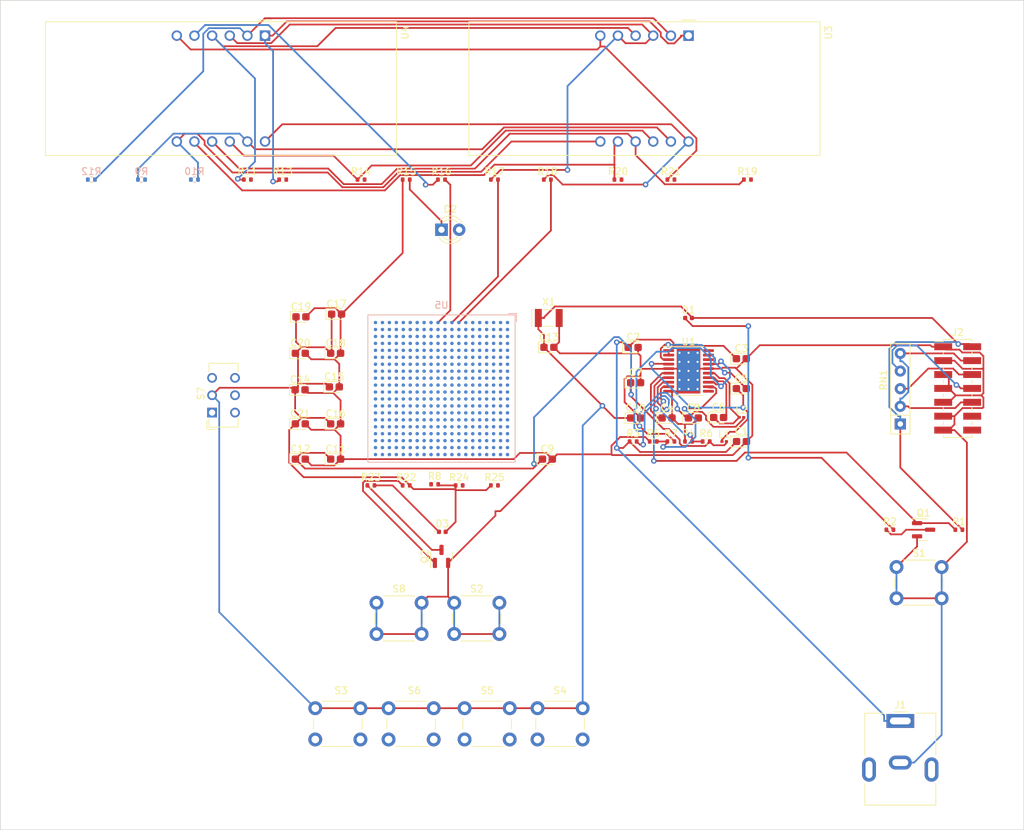
<source format=kicad_pcb>
(kicad_pcb (version 20211014) (generator pcbnew)
  (layers (0 "F.Cu" signal) (31 "B.Cu" signal) (34 "B.Paste" user) (35 "F.Paste" user) (36 "B.SilkS" user "B.Silkscreen") (37 "F.SilkS" user "F.Silkscreen") (38 "B.Mask" user) (39 "F.Mask" user) (44 "Edge.Cuts" user))
  (net 0 "")
  (net 1 "12V")
  (net 2 "GND")
  (net 3 "Net-(C4-Pad1)")
  (net 4 "unconnected-(C5-Pad1)")
  (net 5 "unconnected-(C5-Pad2)")
  (net 6 "Net-(C6-Pad1)")
  (net 7 "Net-(C6-Pad2)")
  (net 8 "3.3V")
  (net 9 "1.8V")
  (net 10 "Net-(D2-Pad1)")
  (net 11 "Net-(D2-Pad2)")
  (net 14 "Net-(Q1-Pad3)")
  (net 15 "Net-(Q2-Pad3)")
  (net 16 "unconnected-(R3-Pad2)")
  (net 17 "unconnected-(R4-Pad2)")
  (net 18 "Net-(R5-Pad2)")
  (net 19 "SYSRES")
  (net 20 "Net-(R9-Pad1)")
  (net 21 "Net-(R9-Pad2)")
  (net 22 "Net-(R10-Pad1)")
  (net 23 "Net-(R10-Pad2)")
  (net 24 "Net-(R11-Pad1)")
  (net 25 "Net-(R11-Pad2)")
  (net 26 "Net-(R12-Pad1)")
  (net 27 "Net-(R12-Pad2)")
  (net 28 "Net-(R13-Pad1)")
  (net 29 "Net-(R13-Pad2)")
  (net 30 "Net-(R14-Pad1)")
  (net 31 "Net-(R14-Pad2)")
  (net 32 "Net-(R16-Pad1)")
  (net 33 "Net-(R16-Pad2)")
  (net 34 "Net-(R17-Pad1)")
  (net 35 "Net-(R17-Pad2)")
  (net 36 "Net-(R18-Pad1)")
  (net 37 "Net-(R18-Pad2)")
  (net 38 "Net-(R19-Pad1)")
  (net 39 "Net-(R19-Pad2)")
  (net 40 "Net-(R20-Pad1)")
  (net 41 "Net-(R20-Pad2)")
  (net 42 "Net-(R21-Pad1)")
  (net 43 "Net-(R21-Pad2)")
  (net 44 "Net-(S7-Pad1)")
  (net 45 "Net-(S7-Pad3)")
  (net 61 "SYSCLK")
  (net 69 "Net-(S5-Pad3)")
  (net 74 "Net-(S6-Pad3)")
  (net 84 "Net-(R2-Pad2)")
  (net 85 "Net-(R23-Pad2)")
  (net 86 "/FPGA_utilities/JTAG_TMS")
  (net 87 "/FPGA_utilities/JTAG_TDAO")
  (net 88 "/FPGA_utilities/JTAG_TCK")
  (net 89 "/Power/P_GOOD")
  (net 90 "/FPGA_utilities/PGA_DONE")
  (net 91 "/FPGA_utilities/INIT_B")
  (net 92 "/FPGA_utilities/PROGRAM_B")
  (footprint "Button_Switch_THT:SW_PUSH_6mm" (layer "F.Cu") (at 139.31 127.29)
    (fp_text reference "S3")
    (fp_text value "800AWSP9M2QE" hide)
  )
  (footprint "Capacitor_Tantalum_SMD:CP_EIA-1608-08_AVX-J" (layer "F.Cu") (at 142.375 70.565)
    (fp_text reference "C17")
    (fp_text value "C0603G104K5RACT250" hide)
  )
  (footprint "Resistor_SMD:R_0402_1005Metric" (layer "F.Cu") (at 134.62 51.2)
    (fp_text reference "R13")
    (fp_text value "ERJ3EKF3300V" hide)
  )
  (footprint "Crystal:Resonator_SMD_Murata_CDSCB-2Pin_4.5x2.0mm" (layer "F.Cu") (at 172.92 71.12)
    (fp_text reference "X1")
    (fp_text value "DSC61XX" hide)
  )
  (footprint "Button_Switch_THT:SW_PUSH_6mm" (layer "F.Cu") (at 148.1189 112.1144)
    (fp_text reference "S8")
    (fp_text value "B3FS_1010P" hide)
  )
  (footprint "Resistor_THT:R_Array_SIP5" (layer "F.Cu") (at 223.52 86.38 90)
    (fp_text reference "RN1")
    (fp_text value "R_Network04" hide)
  )
  (footprint "Capacitor_Tantalum_SMD:CP_EIA-1608-08_AVX-J" (layer "F.Cu") (at 200.6375 81.28)
    (fp_text reference "C5")
    (fp_text value "C0603G104K5RACT250" hide)
  )
  (footprint "Connector_PinHeader_2.00mm:PinHeader_2x07_P2.00mm_Vertical_SMD" (layer "F.Cu") (at 231.78 81.26)
    (fp_text reference "J2")
    (fp_text value "XILINX_JTAG")
  )
  (footprint "Capacitor_Tantalum_SMD:CP_EIA-1608-08_AVX-J" (layer "F.Cu") (at 193.73 85.51)
    (fp_text reference "C8")
    (fp_text value "C0603G104K5RACT250" hide)
  )
  (footprint "Resistor_SMD:R_0402_1005Metric" (layer "F.Cu") (at 195.58 88.9)
    (fp_text reference "R6")
    (fp_text value "ERJ3EKF3300V" hide)
  )
  (footprint "Resistor_SMD:R_0402_1005Metric" (layer "F.Cu") (at 190.5 88.9)
    (fp_text reference "R7")
    (fp_text value "ERJ3EKF3300V" hide)
  )
  (footprint "Resistor_SMD:R_0402_1005Metric" (layer "F.Cu") (at 152.4 95.22)
    (fp_text reference "R22")
    (fp_text value "ERJ3EKF3300V" hide)
  )
  (footprint "Inductor_SMD:L_0201_0603Metric" (layer "F.Cu") (at 200.66 85.42)
    (fp_text reference "L2")
    (fp_text value "INDUCTOR" hide)
  )
  (footprint "Capacitor_Tantalum_SMD:CP_EIA-1608-08_AVX-J" (layer "F.Cu") (at 197.37 85.445)
    (fp_text reference "C6")
    (fp_text value "C0603G104K5RACT250" hide)
  )
  (footprint "Display_7Segment:CA56-12CGKWA" (layer "F.Cu") (at 132.08 30.48 -90)
    (fp_text reference "U4")
    (fp_text value "CA56-12CGKWA")
  )
  (footprint "Resistor_SMD:R_0402_1005Metric" (layer "F.Cu") (at 190.5 51.2)
    (fp_text reference "R21")
    (fp_text value "ERJ3EKF3300V" hide)
  )
  (footprint "Resistor_SMD:R_0402_1005Metric" (layer "F.Cu") (at 147.32 95.22)
    (fp_text reference "R23")
    (fp_text value "ERJ3EKF3300V" hide)
  )
  (footprint "Resistor_SMD:R_0402_1005Metric" (layer "F.Cu") (at 185.065 88.9)
    (fp_text reference "R3")
    (fp_text value "ERJ3EKF3300V" hide)
  )
  (footprint "Capacitor_Tantalum_SMD:CP_EIA-1608-08_AVX-J" (layer "F.Cu") (at 185.42 80.44)
    (fp_text reference "C7")
    (fp_text value "C0603G104K5RACT250" hide)
  )
  (footprint "Resistor_SMD:R_0402_1005Metric" (layer "F.Cu") (at 187.96 88.9)
    (fp_text reference "R5")
    (fp_text value "ERJ3EKF3300V" hide)
  )
  (footprint "Capacitor_Tantalum_SMD:CP_EIA-1608-08_AVX-J" (layer "F.Cu") (at 172.9425 75.345)
    (fp_text reference "C13")
    (fp_text value "C0603G104K5RACT250" hide)
  )
  (footprint "Resistor_SMD:R_0402_1005Metric" (layer "F.Cu") (at 193.04 88.9)
    (fp_text reference "R4")
    (fp_text value "ERJ3EKF3300V" hide)
  )
  (footprint "Resistor_SMD:R_0402_1005Metric" (layer "F.Cu") (at 156.4941 95.06)
    (fp_text reference "R8")
    (fp_text value "ERJ3EKF3300V" hide)
  )
  (footprint "Button_Switch_THT:SW_PUSH_6mm" (layer "F.Cu") (at 222.9725 106.97)
    (fp_text reference "S1")
    (fp_text value "B3FS_1010P" hide)
  )
  (footprint "Button_Switch_THT:SW_PUSH_6mm" (layer "F.Cu") (at 160.8 127.29)
    (fp_text reference "S5")
    (fp_text value "800AWSP9M2QE" hide)
  )
  (footprint "Capacitor_Tantalum_SMD:CP_EIA-1608-08_AVX-J" (layer "F.Cu") (at 172.72 91.44)
    (fp_text reference "C9")
    (fp_text value "C0603G104K5RACT250" hide)
  )
  (footprint "Resistor_SMD:R_0402_1005Metric" (layer "F.Cu") (at 165.1 51.2)
    (fp_text reference "R17")
    (fp_text value "ERJ3EKF3300V" hide)
  )
  (footprint "Resistor_SMD:R_0402_1005Metric" (layer "F.Cu") (at 231.9525 101.6)
    (fp_text reference "R1")
    (fp_text value "ERJ3EKF3300V" hide)
  )
  (footprint "Package_SO:HTSSOP-20-1EP_4.4x6.5mm_P0.65mm_EP3.4x6.5mm_Mask2.75x3.43mm_ThermalVias" (layer "F.Cu") (at 193.04 78.74)
    (fp_text reference "U1")
    (fp_text value "TPS65581")
  )
  (footprint "Capacitor_Tantalum_SMD:CP_EIA-1608-08_AVX-J" (layer "F.Cu") (at 142.24 91.44)
    (fp_text reference "C11")
    (fp_text value "C0603G104K5RACT250" hide)
  )
  (footprint "Capacitor_Tantalum_SMD:CP_EIA-1608-08_AVX-J" (layer "F.Cu") (at 200.6375 76.98)
    (fp_text reference "C3")
    (fp_text value "C0603G104K5RACT250" hide)
  )
  (footprint "Resistor_SMD:R_0402_1005Metric" (layer "F.Cu") (at 160.02 95.22)
    (fp_text reference "R24")
    (fp_text value "ERJ3EKF3300V" hide)
  )
  (footprint "Resistor_SMD:R_0402_1005Metric" (layer "F.Cu") (at 172.72 51.2)
    (fp_text reference "R18")
    (fp_text value "ERJ3EKF3300V" hide)
  )
  (footprint "Capacitor_Tantalum_SMD:CP_EIA-1608-08_AVX-J" (layer "F.Cu") (at 137.25 70.955)
    (fp_text reference "C19")
    (fp_text value "C0603G104K5RACT250" hide)
  )
  (footprint "Inductor_SMD:L_0201_0603Metric" (layer "F.Cu") (at 198.17 88.9)
    (fp_text reference "L1")
    (fp_text value "INDUCTOR" hide)
  )
  (footprint "Display_7Segment:CA56-12CGKWA" (layer "F.Cu") (at 193.04 30.48 -90)
    (fp_text reference "U3")
    (fp_text value "CA56-12CGKWA")
  )
  (footprint "Resistor_SMD:R_0402_1005Metric" (layer "F.Cu") (at 157.48 51.2)
    (fp_text reference "R16")
    (fp_text value "ERJ3EKF3300V" hide)
  )
  (footprint "Capacitor_Tantalum_SMD:CP_EIA-1608-08_AVX-J" (layer "F.Cu") (at 189.95 85.51)
    (fp_text reference "C4")
    (fp_text value "C0603G104K5RACT250" hide)
  )
  (footprint "Button_Switch_THT:SW_PUSH_6mm" (layer "F.Cu") (at 171.2989 127.29)
    (fp_text reference "S4")
    (fp_text value "800AWSP9M2QE" hide)
  )
  (footprint "Resistor_SMD:R_0402_1005Metric" (layer "F.Cu") (at 165.1 95.22)
    (fp_text reference "R25")
    (fp_text value "ERJ3EKF3300V" hide)
  )
  (footprint "Resistor_SMD:R_0402_1005Metric" (layer "F.Cu") (at 201.52 51.2)
    (fp_text reference "R19")
    (fp_text value "ERJ3EKF3300V" hide)
  )
  (footprint "Capacitor_Tantalum_SMD:CP_EIA-1608-08_AVX-J" (layer "F.Cu") (at 142.0525 81.04)
    (fp_text reference "C15")
    (fp_text value "C0603G104K5RACT250" hide)
  )
  (footprint "Button_Switch_THT:SW_PUSH_6mm" (layer "F.Cu") (at 149.86 127.29)
    (fp_text reference "S6")
    (fp_text value "800AWSP9M2QE" hide)
  )
  (footprint "Capacitor_Tantalum_SMD:CP_EIA-1608-08_AVX-J" (layer "F.Cu") (at 137.16 76.2)
    (fp_text reference "C20")
    (fp_text value "C0603G104K5RACT250" hide)
  )
  (footprint "Resistor_SMD:R_0402_1005Metric" (layer "F.Cu") (at 152.4 51.2)
    (fp_text reference "R15")
    (fp_text value "ERJ3EKF3300V" hide)
  )
  (footprint "Resistor_SMD:R_0402_1005Metric" (layer "F.Cu") (at 129.54 51.2)
    (fp_text reference "R11")
    (fp_text value "ERJ3EKF3300V" hide)
  )
  (footprint "Capacitor_Tantalum_SMD:CP_EIA-1608-08_AVX-J" (layer "F.Cu") (at 142.24 76.2)
    (fp_text reference "C18")
    (fp_text value "C0603G104K5RACT250" hide)
  )
  (footprint "LED_SMD:LED_0402_1005Metric" (layer "F.Cu") (at 157.5975 101.9)
    (fp_text reference "D3")
    (fp_text value "LED_Small" hide)
  )
  (footprint "Button_Switch_THT:SW_PUSH_6mm" (layer "F.Cu") (at 159.31 112.1144)
    (fp_text reference "S2")
    (fp_text value "B3FS_1010P" hide)
  )
  (footprint "Capacitor_Tantalum_SMD:CP_EIA-1608-08_AVX-J" (layer "F.Cu") (at 142.24 86.36)
    (fp_text reference "C16")
    (fp_text value "C0603G104K5RACT250" hide)
  )
  (footprint "Capacitor_Tantalum_SMD:CP_EIA-1608-08_AVX-J" (layer "F.Cu") (at 185.42 85.52)
    (fp_text reference "C10")
    (fp_text value "C0603G104K5RACT250" hide)
  )
  (footprint "LED_THT:LED_D3.0mm_Clear" (layer "F.Cu") (at 157.48 58.42)
    (fp_text reference "D2")
    (fp_text value "LED")
  )
  (footprint "Button_Switch_THT:SW_CuK_JS202011CQN_DPDT_Straight" (layer "F.Cu") (at 124.46 84.74 90)
    (fp_text reference "S7")
    (fp_text value "MINI-SPDT-SW" hide)
  )
  (footprint "Package_TO_SOT_SMD:SOT-23" (layer "F.Cu") (at 226.8725 101.6)
    (fp_text reference "Q1")
    (fp_text value "2N7002E" hide)
  )
  (footprint "Capacitor_Tantalum_SMD:CP_EIA-1608-08_AVX-J" (layer "F.Cu") (at 185.065 75.36)
    (fp_text reference "C2")
    (fp_text value "C0603G104K5RACT250" hide)
  )
  (footprint "Capacitor_Tantalum_SMD:CP_EIA-1608-08_AVX-J" (layer "F.Cu") (at 137.16 91.44)
    (fp_text reference "C12")
    (fp_text value "C0603G104K5RACT250" hide)
  )
  (footprint "Package_TO_SOT_SMD:SOT-23" (layer "F.Cu") (at 157.48 105.44 90)
    (fp_text reference "Q2")
    (fp_text value "2N7002E" hide)
  )
  (footprint "Capacitor_Tantalum_SMD:CP_EIA-1608-08_AVX-J" (layer "F.Cu") (at 137.16 86.36)
    (fp_text reference "C21")
    (fp_text value "C0603G104K5RACT250" hide)
  )
  (footprint "Resistor_SMD:R_0402_1005Metric" (layer "F.Cu") (at 222.0225 101.6)
    (fp_text reference "R2")
    (fp_text value "ERJ3EKF3300V" hide)
  )
  (footprint "Resistor_SMD:R_0402_1005Metric" (layer "F.Cu") (at 145.9 51.2)
    (fp_text reference "R14")
    (fp_text value "ERJ3EKF3300V" hide)
  )
  (footprint "Capacitor_Tantalum_SMD:CP_EIA-1608-08_AVX-J" (layer "F.Cu") (at 137.125 81.46)
    (fp_text reference "C14")
    (fp_text value "C0603G104K5RACT250" hide)
  )
  (footprint "LED_SMD:LED_0402_1005Metric" (layer "F.Cu") (at 193.04 71.12)
    (fp_text reference "D1")
    (fp_text value "LED_Small" hide)
  )
  (footprint "Resistor_SMD:R_0402_1005Metric" (layer "F.Cu") (at 182.88 51.2)
    (fp_text reference "R20")
    (fp_text value "ERJ3EKF3300V" hide)
  )
  (footprint "Connector_BarrelJack:BarrelJack_CUI_PJ-063AH_Horizontal" (layer "F.Cu") (at 223.52 129.12)
    (fp_text reference "J1")
    (fp_text value "Barrel_Jack")
  )
  (footprint "Capacitor_Tantalum_SMD:CP_EIA-1608-08_AVX-J" (layer "F.Cu") (at 200.66 88.9)
    (fp_text reference "C1")
    (fp_text value "C0603G104K5RACT250" hide)
  )
  (footprint "Package_BGA:BGA-400_21.0x21.0mm_Layout20x20_P1.0mm" (layer "B.Cu") (at 157.48 81.28 180)
    (fp_text reference "U5")
    (fp_text value "XC7S50-FTGB196" hide)
  )
  (footprint "Resistor_SMD:R_0402_1005Metric" (layer "B.Cu") (at 121.92 51.2 180)
    (fp_text reference "R10")
    (fp_text value "ERJ3EKF3300V" hide)
  )
  (footprint "Resistor_SMD:R_0402_1005Metric" (layer "B.Cu") (at 114.3 51.2 180)
    (fp_text reference "R9")
    (fp_text value "330" hide)
  )
  (footprint "Resistor_SMD:R_0402_1005Metric" (layer "B.Cu") (at 107.085 51.2 180)
    (fp_text reference "R12")
    (fp_text value "ERJ3EKF3300V" hide)
  )
  (gr_rect (start 241.3 144.78) (end 93.98 25.4) (layer "Edge.Cuts") (width 0.1) (fill none))
  (segment (start 186.0619 90.4069) (end 198.4406 90.4069) (width 0.25) (layer "F.Cu") (net 1))
  (segment (start 198.077 75.132) (end 190.8794 75.132) (width 0.25) (layer "F.Cu") (net 1))
  (segment (start 199.925 76.98) (end 198.077 75.132) (width 0.25) (layer "F.Cu") (net 1))
  (segment (start 190.4117 74.2365) (end 185.476 74.2365) (width 0.25) (layer "F.Cu") (net 1))
  (segment (start 190.8794 75.132) (end 190.8794 74.7042) (width 0.25) (layer "F.Cu") (net 1))
  (segment (start 182.7063 89.8304) (end 182.7063 89.8305) (width 0.25) (layer "F.Cu") (net 1))
  (segment (start 190.8794 75.239) (end 190.8794 75.132) (width 0.25) (layer "F.Cu") (net 1))
  (segment (start 190.1775 75.815) (end 190.3034 75.815) (width 0.25) (layer "F.Cu") (net 1))
  (segment (start 182.7051 74.6102) (end 183.6027 74.6102) (width 0.25) (layer "F.Cu") (net 1))
  (segment (start 190.3034 75.815) (end 190.8794 75.239) (width 0.25) (layer "F.Cu") (net 1))
  (segment (start 183.6246 89.8304) (end 182.7063 89.8304) (width 0.25) (layer "F.Cu") (net 1))
  (segment (start 198.4406 90.4069) (end 199.9475 88.9) (width 0.25) (layer "F.Cu") (net 1))
  (segment (start 184.555 88.9) (end 183.6246 89.8304) (width 0.25) (layer "F.Cu") (net 1))
  (segment (start 183.6027 74.6102) (end 184.3525 75.36) (width 0.25) (layer "F.Cu") (net 1))
  (segment (start 184.555 88.9) (end 186.0619 90.4069) (width 0.25) (layer "F.Cu") (net 1))
  (segment (start 185.476 74.2365) (end 184.3525 75.36) (width 0.25) (layer "F.Cu") (net 1))
  (segment (start 190.8794 74.7042) (end 190.4117 74.2365) (width 0.25) (layer "F.Cu") (net 1))
  (segment (start 190.1775 76.465) (end 190.1775 75.815) (width 0.25) (layer "F.Cu") (net 1))
  (via (at 182.7063 89.8305) (size 0.8) (drill 0.4) (layers "F.Cu" "B.Cu") (net 1))
  (via (at 182.7051 74.6102) (size 0.8) (drill 0.4) (layers "F.Cu" "B.Cu") (net 1))
  (segment (start 182.7063 89.8305) (end 182.7051 89.8293) (width 0.25) (layer "B.Cu") (net 1))
  (segment (start 223.52 129.12) (end 221.1931 129.12) (width 0.25) (layer "B.Cu") (net 1))
  (segment (start 221.1931 128.3173) (end 182.7063 89.8305) (width 0.25) (layer "B.Cu") (net 1))
  (segment (start 182.7051 89.8293) (end 182.7051 74.6102) (width 0.25) (layer "B.Cu") (net 1))
  (segment (start 221.1931 129.12) (end 221.1931 128.3173) (width 0.25) (layer "B.Cu") (net 1))
  (segment (start 183.8351 83.2226) (end 186.1325 85.52) (width 0.25) (layer "F.Cu") (net 2))
  (segment (start 191.74 78.74) (end 191.415 78.415) (width 0.25) (layer "F.Cu") (net 2))
  (segment (start 233.1051 103.3374) (end 233.1051 89.0532) (width 0.25) (layer "F.Cu") (net 2))
  (segment (start 142.9525 91.44) (end 167.8728 91.44) (width 0.25) (layer "F.Cu") (net 2))
  (segment (start 142.0846 77.0679) (end 142.765 77.7483) (width 0.25) (layer "F.Cu") (net 2))
  (segment (start 137.9625 70.955) (end 139.2054 69.7121) (width 0.25) (layer "F.Cu") (net 2))
  (segment (start 235.4819 78.3295) (end 235.3783 78.4331) (width 0.25) (layer "F.Cu") (net 2))
  (segment (start 190.6625 81.665) (end 191.415 81.665) (width 0.25) (layer "F.Cu") (net 2))
  (segment (start 193.5744 86.3781) (end 194.4425 85.51) (width 0.25) (layer "F.Cu") (net 2))
  (segment (start 142.2346 69.7121) (end 143.0875 70.565) (width 0.25) (layer "F.Cu") (net 2))
  (segment (start 139.2054 69.7121) (end 142.2346 69.7121) (width 0.25) (layer "F.Cu") (net 2))
  (segment (start 194.34 78.74) (end 194.665 78.415) (width 0.25) (layer "F.Cu") (net 2))
  (segment (start 193.04 78.74) (end 191.74 78.74) (width 0.25) (layer "F.Cu") (net 2))
  (segment (start 174.42 74.58) (end 173.655 75.345) (width 0.25) (layer "F.Cu") (net 2))
  (segment (start 142.0846 77.0679) (end 142.9525 76.2) (width 0.25) (layer "F.Cu") (net 2))
  (segment (start 201.35 76.98) (end 199.915 78.415) (width 0.25) (layer "F.Cu") (net 2))
  (segment (start 202.2235 80.7235) (end 199.915 78.415) (width 0.25) (layer "F.Cu") (net 2))
  (segment (start 165.2425 99.565) (end 158.43 106.3775) (width 0.25) (layer "F.Cu") (net 2))
  (segment (start 229.695 85.26) (end 230.5035 85.26) (width 0.25) (layer "F.Cu") (net 2))
  (segment (start 165.81 116.6144) (end 159.31 116.6144) (width 0.25) (layer "F.Cu") (net 2))
  (segment (start 191.74 81.34) (end 193.04 81.34) (width 0.25) (layer "F.Cu") (net 2))
  (segment (start 190.1775 81.665) (end 190.6625 81.665) (width 0.25) (layer "F.Cu") (net 2))
  (segment (start 158.43 111.2344) (end 155.4989 111.2344) (width 0.25) (layer "F.Cu") (net 2))
  (segment (start 142.0846 77.0679) (end 138.7404 77.0679) (width 0.25) (layer "F.Cu") (net 2))
  (segment (start 194.34 78.74) (end 193.04 78.74) (width 0.25) (layer "F.Cu") (net 2))
  (segment (start 192.53 86.3781) (end 192.53 88.9) (width 0.25) (layer "F.Cu") (net 2))
  (segment (start 186.1325 76.5684) (end 185.7775 76.2134) (width 0.25) (layer "F.Cu") (net 2))
  (segment (start 165.9453 98.9272) (end 165.2425 98.9272) (width 0.25) (layer "F.Cu") (net 2))
  (segment (start 141.8899 81.9151) (end 142.9525 82.9777) (width 0.25) (layer "F.Cu") (net 2))
  (segment (start 142.0988 87.2137) (end 142.9525 86.36) (width 0.25) (layer "F.Cu") (net 2))
  (segment (start 235.1706 82.26) (end 235.4819 82.5713) (width 0.25) (layer "F.Cu") (net 2))
  (segment (start 225.935 104.0075) (end 222.9725 106.97) (width 0.25) (layer "F.Cu") (net 2))
  (segment (start 183.8351 79.9129) (end 183.8351 83.2226) (width 0.25) (layer "F.Cu") (net 2))
  (segment (start 185.7775 75.36) (end 185.7775 76.2134) (width 0.25) (layer "F.Cu") (net 2))
  (segment (start 199.4137 90.8588) (end 201.3725 88.9) (width 0.25) (layer "F.Cu") (net 2))
  (segment (start 192.53 86.3781) (end 193.5744 86.3781) (width 0.25) (layer "F.Cu") (net 2))
  (segment (start 194.34 80.04) (end 193.04 80.04) (width 0.25) (layer "F.Cu") (net 2))
  (segment (start 191.415 78.415) (end 190.1775 78.415) (width 0.25) (layer "F.Cu") (net 2))
  (segment (start 225.935 102.55) (end 225.935 104.0075) (width 0.25) (layer "F.Cu") (net 2))
  (segment (start 235.4819 76.6213) (end 235.4819 78.3295) (width 0.25) (layer "F.Cu") (net 2))
  (segment (start 142.765 77.7483) (end 142.765 81.04) (width 0.25) (layer "F.Cu") (net 2))
  (segment (start 193.04 77.44) (end 194.34 77.44) (width 0.25) (layer "F.Cu") (net 2))
  (segment (start 231.3119 86.4516) (end 231.3119 85.26) (width 0.25) (layer "F.Cu") (net 2))
  (segment (start 186.1325 79.5176) (end 184.2304 79.5176) (width 0.25) (layer "F.Cu") (net 2))
  (segment (start 191.74 80.04) (end 193.04 80.04) (width 0.25) (layer "F.Cu") (net 2))
  (segment (start 234.9475 76.0869) (end 235.4819 76.6213) (width 0.25) (layer "F.Cu") (net 2))
  (segment (start 229.695 77.26) (end 231.3119 77.26) (width 0.25) (layer "F.Cu") (net 2))
  (segment (start 230.1094 75.6744) (end 232.0271 75.6744) (width 0.25) (layer "F.Cu") (net 2))
  (segment (start 138.7404 77.0679) (end 137.8725 76.2) (width 0.25) (layer "F.Cu") (net 2))
  (segment (start 232.485 84.0869) (end 231.3119 85.26) (width 0.25) (layer "F.Cu") (net 2))
  (segment (start 229.4725 106.97) (end 233.1051 103.3374) (width 0.25) (layer "F.Cu") (net 2))
  (segment (start 141.8899 81.9151) (end 142.765 81.04) (width 0.25) (layer "F.Cu") (net 2))
  (segment (start 202.2235 88.049) (end 202.2235 80.7235) (width 0.25) (layer "F.Cu") (net 2))
  (segment (start 186.1325 79.5176) (end 186.1325 78.4388) (width 0.25) (layer "F.Cu") (net 2))
  (segment (start 186.8026 88.2526) (end 187.45 88.9) (width 0.25) (layer "F.Cu") (net 2))
  (segment (start 229.695 81.26) (end 230.5035 81.26) (width 0.25) (layer "F.Cu") (net 2))
  (segment (start 174.5234 76.2134) (end 185.7775 76.2134) (width 0.25) (layer "F.Cu") (net 2))
  (segment (start 186.1325 78.4388) (end 186.1325 76.5684) (width 0.25) (layer "F.Cu") (net 2))
  (segment (start 228.8866 75.26) (end 229.695 75.26) (width 0.25) (layer "F.Cu") (net 2))
  (segment (start 181.9499 90.7483) (end 182.0604 90.8588) (width 0.25) (layer "F.Cu") (net 2))
  (segment (start 194.665 78.415) (end 195.9025 78.415) (width 0.25) (layer "F.Cu") (net 2))
  (segment (start 165.2425 98.9272) (end 165.2425 99.565) (width 0.25) (layer "F.Cu") (net 2))
  (segment (start 233.1051 89.0532) (end 231.3119 87.26) (width 0.25) (layer "F.Cu") (net 2))
  (segment (start 190.1537 78.4388) (end 190.1775 78.415) (width 0.25) (layer "F.Cu") (net 2))
  (segment (start 194.34 81.34) (end 193.04 81.34) (width 0.25) (layer "F.Cu") (net 2))
  (segment (start 174.1242 90.7483) (end 181.9499 90.7483) (width 0.25) (layer "F.Cu") (net 2))
  (segment (start 142.9525 76.2) (end 142.9525 70.7) (width 0.25) (layer "F.Cu") (net 2))
  (segment (start 235.3596 84.0869) (end 232.485 84.0869) (width 0.25) (layer "F.Cu") (net 2))
  (segment (start 229.695 87.26) (end 230.5035 87.26) (width 0.25) (layer "F.Cu") (net 2))
  (segment (start 191.74 77.44) (end 193.04 77.44) (width 0.25) (layer "F.Cu") (net 2))
  (segment (start 197.8078 78.415) (end 195.9025 78.415) (width 0.25) (layer "F.Cu") (net 2))
  (segment (start 231.5035 82.26) (end 230.5035 81.26) (width 0.25) (layer "F.Cu") (net 2))
  (segment (start 158.43 111.2344) (end 159.31 112.1144) (width 0.25) (layer "F.Cu") (net 2))
  (segment (start 235.4819 78.5367) (end 235.4819 81.9487) (width 0.25) (layer "F.Cu") (net 2))
  (segment (start 183.1977 88.2526) (end 186.8026 88.2526) (width 0.25) (layer "F.Cu") (net 2))
  (segment (start 137.8725 91.44) (end 138.7713 92.3388) (width 0.25) (layer "F.Cu") (net 2))
  (segment (start 186.1325 80.44) (end 186.1325 79.5176) (width 0.25) (layer "F.Cu") (net 2))
  (segment (start 229.695 75.26) (end 230.1094 75.6744) (width 0.25) (layer "F.Cu") (net 2))
  (segment (start 138.7262 87.2137) (end 142.0988 87.2137) (width 0.25) (layer "F.Cu") (net 2))
  (segment (start 235.4819 83.9646) (end 235.3596 84.0869) (width 0.25) (layer "F.Cu") (net 2))
  (segment (start 232.4396 76.0869) (end 234.9475 76.0869) (width 0.25) (layer "F.Cu") (net 2))
  (segment (start 203.2868 75.0432) (end 201.35 76.98) (width 0.25) (layer "F.Cu") (net 2))
  (segment (start 184.2304 79.5176) (end 183.8351 79.9129) (width 0.25) (layer "F.Cu") (net 2))
  (segment (start 182.0604 90.8588) (end 199.4137 90.8588) (width 0.25) (layer "F.Cu") (net 2))
  (segment (start 230.5035 83.26) (end 231.5035 82.26) (width 0.25) (layer "F.Cu") (net 2))
  (segment (start 222.9725 111.47) (end 229.4725 111.47) (width 0.25) (layer "F.Cu") (net 2))
  (segment (start 232.485 78.4331) (end 231.3119 77.26) (width 0.25) (layer "F.Cu") (net 2))
  (segment (start 137.8725 86.36) (end 138.7262 87.2137) (width 0.25) (layer "F.Cu") (net 2))
  (segment (start 230.5035 87.26) (end 231.3119 86.4516) (width 0.25) (layer "F.Cu") (net 2))
  (segment (start 227.8613 75.0432) (end 203.2868 75.0432) (width 0.25) (layer "F.Cu") (net 2))
  (segment (start 199.915 78.415) (end 199.775 78.275) (width 0.25) (layer "F.Cu") (net 2))
  (segment (start 151.89 61.7625) (end 151.89 51.2) (width 0.25) (layer "F.Cu") (net 2))
  (segment (start 137.8375 81.46) (end 138.2926 81.9151) (width 0.25) (layer "F.Cu") (net 2))
  (segment (start 229.695 79.26) (end 230.5035 79.26) (width 0.25) (layer "F.Cu") (net 2))
  (segment (start 230.5035 85.26) (end 231.0467 85.26) (width 0.25) (layer "F.Cu") (net 2))
  (segment (start 172.5429 90.5504) (end 173.4325 91.44) (width 0.25) (layer "F.Cu") (net 2))
  (segment (start 173.655 75.345) (end 174.5234 76.2134) (width 0.25) (layer "F.Cu") (net 2))
  (segment (start 186.1325 78.4388) (end 190.1537 78.4388) (width 0.25) (layer "F.Cu") (net 2))
  (segment (start 235.3783 78.4331) (end 232.485 78.4331) (width 0.25) (layer "F.Cu") (net 2))
  (segment (start 142.9525 88.0674) (end 142.9525 91.44) (width 0.25) (layer "F.Cu") (net 2))
  (segment (start 194.34 76.14) (end 193.04 76.14) (width 0.25) (layer "F.Cu") (net 2))
  (segment (start 142.9525 70.7) (end 143.0875 70.565) (width 0.25) (layer "F.Cu") (net 2))
  (segment (start 190.6625 85.51) (end 190.6625 81.665) (width 0.25) (layer "F.Cu") (net 2))
  (segment (start 228.0781 75.26) (end 227.8613 75.0432) (width 0.25) (layer "F.Cu") (net 2))
  (segment (start 199.775 78.275) (end 197.9478 78.275) (width 0.25) (layer "F.Cu") (net 2))
  (segment (start 174.42 71.12) (end 174.42 74.58) (width 0.25) (layer "F.Cu") (net 2))
  (segment (start 181.9499 90.7483) (end 181.9499 89.5004) (width 0.25) (layer "F.Cu") (net 2))
  (segment (start 158.43 106.3775) (end 158.43 111.2344) (width 0.25) (layer "F.Cu") (net 2))
  (segment (start 229.695 83.26) (end 230.5035 83.26) (width 0.25) (layer "F.Cu") (net 2))
  (segment (start 181.9499 89.5004) (end 183.1977 88.2526) (width 0.25) (layer "F.Cu") (net 2))
  (segment (start 231.0467 85.26) (end 231.3119 85.26) (width 0.25) (layer "F.Cu") (net 2))
  (segment (start 168.7624 90.5504) (end 172.5429 90.5504) (width 0.25) (layer "F.Cu") (net 2))
  (segment (start 232.0271 75.6744) (end 232.4396 76.0869) (width 0.25) (layer "F.Cu") (net 2))
  (segment (start 138.7713 92.3388) (end 142.0537 92.3388) (width 0.25) (layer "F.Cu") (net 2))
  (segment (start 138.2926 81.9151) (end 141.8899 81.9151) (width 0.25) (layer "F.Cu") (net 2))
  (segment (start 167.8728 91.44) (end 168.7624 90.5504) (width 0.25) (layer "F.Cu") (net 2))
  (segment (start 142.0537 92.3388) (end 142.9525 91.44) (width 0.25) (layer "F.Cu") (net 2))
  (segment (start 155.4989 111.2344) (end 154.6189 112.1144) (width 0.25) (layer "F.Cu") (net 2))
  (segment (start 154.6189 116.6144) (end 148.1189 116.6144) (width 0.25) (layer "F.Cu") (net 2))
  (segment (start 142.0988 87.2137) (end 142.9525 88.0674) (width 0.25) (layer "F.Cu") (net 2))
  (segment (start 173.4325 91.44) (end 174.1242 90.7483) (width 0.25) (layer "F.Cu") (net 2))
  (segment (start 191.415 81.665) (end 191.74 81.34) (width 0.25) (layer "F.Cu") (net 2))
  (segment (start 235.4819 81.9487) (end 235.1706 82.26) (width 0.25) (layer "F.Cu") (net 2))
  (segment (start 191.74 76.14) (end 193.04 76.14) (width 0.25) (layer "F.Cu") (net 2))
  (segment (start 197.9478 78.275) (end 197.8078 78.415) (width 0.25) (layer "F.Cu") (net 2))
  (segment (start 230.5035 87.26) (end 231.3119 87.26) (width 0.25) (layer "F.Cu") (net 2))
  (segment (start 235.1706 82.26) (end 231.5035 82.26) (width 0.25) (layer "F.Cu") (net 2))
  (segment (start 235.4819 82.5713) (end 235.4819 83.9646) (width 0.25) (layer "F.Cu") (net 2))
  (segment (start 142.9525 82.9777) (end 142.9525 86.36) (width 0.25) (layer "F.Cu") (net 2))
  (segment (start 235.3783 78.4331) (end 235.4819 78.5367) (width 0.25) (layer "F.Cu") (net 2))
  (segment (start 191.5306 86.3781) (end 190.6625 85.51) (width 0.25) (layer "F.Cu") (net 2))
  (segment (start 228.8866 75.26) (end 228.0781 75.26) (width 0.25) (layer "F.Cu") (net 2))
  (segment (start 230.5035 81.26) (end 230.5035 79.26) (width 0.25) (layer "F.Cu") (net 2))
  (segment (start 173.4325 91.44) (end 165.9453 98.9272) (width 0.25) (layer "F.Cu") (net 2))
  (segment (start 192.53 86.3781) (end 191.5306 86.3781) (width 0.25) (layer "F.Cu") (net 2))
  (segment (start 201.3725 88.9) (end 202.2235 88.049) (width 0.25) (layer "F.Cu") (net 2))
  (segment (start 143.0875 70.565) (end 151.89 61.7625) (width 0.25) (layer "F.Cu") (net 2))
  (segment (start 165.81 116.6144) (end 165.81 112.1144) (width 0.25) (layer "B.Cu") (net 2))
  (segment (start 154.6189 116.6144) (end 154.6189 112.1144) (width 0.25) (layer "B.Cu") (net 2))
  (segment (start 229.4725 111.47) (end 229.4725 106.97) (width 0.25) (layer "B.Cu") (net 2))
  (segment (start 191.74 80.04) (end 191.74 81.34) (width 0.25) (layer "B.Cu") (net 2))
  (segment (start 225.4969 135.12) (end 229.4725 131.1444) (width 0.25) (layer "B.Cu") (net 2))
  (segment (start 191.74 76.14) (end 191.74 77.44) (width 0.25) (layer "B.Cu") (net 2))
  (segment (start 222.9725 111.47) (end 222.9725 106.97) (width 0.25) (layer "B.Cu") (net 2))
  (segment (start 148.1189 116.6144) (end 148.1189 112.1144) (width 0.25) (layer "B.Cu") (net 2))
  (segment (start 223.52 135.12) (end 225.4969 135.12) (width 0.25) (layer "B.Cu") (net 2))
  (segment (start 159.31 116.6144) (end 159.31 112.1144) (width 0.25) (layer "B.Cu") (net 2))
  (segment (start 191.74 78.74) (end 191.74 77.44) (width 0.25) (layer "B.Cu") (net 2))
  (segment (start 193.04 80.04) (end 193.04 78.74) (width 0.25) (layer "B.Cu") (net 2))
  (segment (start 229.4725 131.1444) (end 229.4725 111.47) (width 0.25) (layer "B.Cu") (net 2))
  (segment (start 187.6216 80.6843) (end 189.2409 79.065) (width 0.25) (layer "F.Cu") (net 3))
  (segment (start 189.2375 85.51) (end 188.6621 85.51) (width 0.25) (layer "F.Cu") (net 3))
  (segment (start 188.6621 85.51) (end 187.6216 84.4695) (width 0.25) (layer "F.Cu") (net 3))
  (segment (start 189.2409 79.065) (end 190.1775 79.065) (width 0.25) (layer "F.Cu") (net 3))
  (segment (start 187.6216 84.4695) (end 187.6216 80.6843) (width 0.25) (layer "F.Cu") (net 3))
  (segment (start 199.7433 87.5024) (end 201.5645 85.6812) (width 0.25) (layer "F.Cu") (net 4))
  (segment (start 200.9123 82.2673) (end 199.925 81.28) (width 0.25) (layer "F.Cu") (net 4))
  (segment (start 201.5645 84.6717) (end 200.9123 84.0195) (width 0.25) (layer "F.Cu") (net 4))
  (segment (start 198.9854 87.5024) (end 199.7433 87.5024) (width 0.25) (layer "F.Cu") (net 4))
  (segment (start 197.85 88.6378) (end 198.9854 87.5024) (width 0.25) (layer "F.Cu") (net 4))
  (segment (start 201.5645 85.6812) (end 201.5645 84.6717) (width 0.25) (layer "F.Cu") (net 4))
  (segment (start 190.1244 77.7119) (end 190.1775 77.765) (width 0.25) (layer "F.Cu") (net 4))
  (segment (start 187.7205 77.7119) (end 190.1244 77.7119) (width 0.25) (layer "F.Cu") (net 4))
  (segment (start 197.85 88.9) (end 197.85 88.6378) (width 0.25) (layer "F.Cu") (net 4))
  (segment (start 200.9123 84.0195) (end 200.9123 82.2673) (width 0.25) (layer "F.Cu") (net 4))
  (via (at 187.7205 77.7119) (size 0.8) (drill 0.4) (layers "F.Cu" "B.Cu") (net 4))
  (via (at 200.9123 84.0195) (size 0.8) (drill 0.4) (layers "F.Cu" "B.Cu") (net 4))
  (segment (start 193.3234 84.0195) (end 200.9123 84.0195) (width 0.25) (layer "B.Cu") (net 4))
  (segment (start 187.7205 78.4166) (end 193.3234 84.0195) (width 0.25) (layer "B.Cu") (net 4))
  (segment (start 187.7205 77.7119) (end 187.7205 78.4166) (width 0.25) (layer "B.Cu") (net 4))
  (segment (start 189.6191 74.9634) (end 190.1106 74.9634) (width 0.25) (layer "F.Cu") (net 5))
  (segment (start 201.35 81.28) (end 199.0735 79.0035) (width 0.25) (layer "F.Cu") (net 5))
  (segment (start 189.0461 76.7639) (end 189.0461 75.5364) (width 0.25) (layer "F.Cu") (net 5))
  (segment (start 199.0735 79.0035) (end 198.2488 79.0035) (width 0.25) (layer "F.Cu") (net 5))
  (segment (start 189.3972 77.115) (end 189.0461 76.7639) (width 0.25) (layer "F.Cu") (net 5))
  (segment (start 190.1775 77.115) (end 189.3972 77.115) (width 0.25) (layer "F.Cu") (net 5))
  (segment (start 189.0461 75.5364) (end 189.6191 74.9634) (width 0.25) (layer "F.Cu") (net 5))
  (via (at 198.2488 79.0035) (size 0.8) (drill 0.4) (layers "F.Cu" "B.Cu") (net 5))
  (via (at 190.1106 74.9634) (size 0.8) (drill 0.4) (layers "F.Cu" "B.Cu") (net 5))
  (segment (start 194.3039 75.0123) (end 194.255 74.9634) (width 0.25) (layer "B.Cu") (net 5))
  (segment (start 196.8607 77.3044) (end 196.8607 76.93) (width 0.25) (layer "B.Cu") (net 5))
  (segment (start 196.7284 77.4367) (end 196.8607 77.3044) (width 0.25) (layer "B.Cu") (net 5))
  (segment (start 194.255 74.9634) (end 190.1106 74.9634) (width 0.25) (layer "B.Cu") (net 5))
  (segment (start 198.2488 78.9572) (end 196.7284 77.4367) (width 0.25) (layer "B.Cu") (net 5))
  (segment (start 198.2488 79.0035) (end 198.2488 78.9572) (width 0.25) (layer "B.Cu") (net 5))
  (segment (start 196.8607 76.93) (end 194.943 75.0123) (width 0.25) (layer "B.Cu") (net 5))
  (segment (start 194.943 75.0123) (end 194.3039 75.0123) (width 0.25) (layer "B.Cu") (net 5))
  (segment (start 200.34 85.42) (end 198.9319 84.0119) (width 0.25) (layer "F.Cu") (net 6))
  (segment (start 200.34 85.42) (end 199.4613 86.2987) (width 0.25) (layer "F.Cu") (net 6))
  (segment (start 198.9319 80.5164) (end 198.1966 79.7811) (width 0.25) (layer "F.Cu") (net 6))
  (segment (start 199.4613 86.2987) (end 197.5112 86.2987) (width 0.25) (layer "F.Cu") (net 6))
  (segment (start 198.9319 84.0119) (end 198.9319 80.5164) (width 0.25) (layer "F.Cu") (net 6))
  (segment (start 196.7648 79.065) (end 195.9025 79.065) (width 0.25) (layer "F.Cu") (net 6))
  (segment (start 198.1966 79.7811) (end 197.4809 79.7811) (width 0.25) (layer "F.Cu") (net 6))
  (segment (start 197.5112 86.2987) (end 196.6575 85.445) (width 0.25) (layer "F.Cu") (net 6))
  (segment (start 197.4809 79.7811) (end 196.7648 79.065) (width 0.25) (layer "F.Cu") (net 6))
  (segment (start 197.2519 80.233) (end 196.7339 79.715) (width 0.25) (layer "F.Cu") (net 7))
  (segment (start 196.7339 79.715) (end 195.9025 79.715) (width 0.25) (layer "F.Cu") (net 7))
  (segment (start 198.0094 80.233) (end 197.2519 80.233) (width 0.25) (layer "F.Cu") (net 7))
  (segment (start 198.48 80.7036) (end 198.0094 80.233) (width 0.25) (layer "F.Cu") (net 7))
  (segment (start 198.48 85.0475) (end 198.48 80.7036) (width 0.25) (layer "F.Cu") (net 7))
  (segment (start 198.0825 85.445) (end 198.48 85.0475) (width 0.25) (layer "F.Cu") (net 7))
  (segment (start 191.9591 69.4696) (end 193.525 71.0355) (width 0.25) (layer "F.Cu") (net 8))
  (segment (start 136.1187 81.1662) (end 136.4125 81.46) (width 0.25) (layer "F.Cu") (net 8))
  (segment (start 172.23 75.345) (end 180.6463 83.7613) (width 0.25) (layer "F.Cu") (net 8))
  (segment (start 191.4242 84.1978) (end 192.7364 85.51) (width 0.25) (layer "F.Cu") (net 8))
  (segment (start 136.4125 84.6122) (end 136.4125 81.46) (width 0.25) (layer "F.Cu") (net 8))
  (segment (start 171.42 71.2749) (end 171.42 72.7469) (width 0.25) (layer "F.Cu") (net 8))
  (segment (start 223.52 92.6575) (end 223.52 86.38) (width 0.25) (layer "F.Cu") (net 8))
  (segment (start 136.8232 81.0493) (end 136.8232 80.5877) (width 0.25) (layer "F.Cu") (net 8))
  (segment (start 231.8586 74.8689) (end 233.4739 74.8689) (width 0.25) (layer "F.Cu") (net 8))
  (segment (start 125.5338 81.1662) (end 136.1187 81.1662) (width 0.25) (layer "F.Cu") (net 8))
  (segment (start 160.8 127.29) (end 156.36 127.29) (width 0.25) (layer "F.Cu") (net 8))
  (segment (start 153.4472 95.7572) (end 152.91 95.22) (width 0.25) (layer "F.Cu") (net 8))
  (segment (start 171.42 71.2749) (end 171.42 71.12) (width 0.25) (layer "F.Cu") (net 8))
  (segment (start 173.7939 69.4696) (end 191.9591 69.4696) (width 0.25) (layer "F.Cu") (net 8))
  (segment (start 194.9975 84.6354) (end 193.8921 84.6354) (width 0.25) (layer "F.Cu") (net 8))
  (segment (start 200.98 85.42) (end 200.98 85.6195) (width 0.25) (layer "F.Cu") (net 8))
  (segment (start 232.4625 101.6) (end 223.52 92.6575) (width 0.25) (layer "F.Cu") (net 8))
  (segment (start 137.3039 85.5036) (end 136.4125 84.6122) (width 0.25) (layer "F.Cu") (net 8))
  (segment (start 172.23 73.5569) (end 172.23 75.345) (width 0.25) (layer "F.Cu") (net 8))
  (segment (start 157.1641 95.22) (end 157.0041 95.06) (width 0.25) (layer "F.Cu") (net 8))
  (segment (start 182.4051 85.52) (end 180.6464 83.7613) (width 0.25) (layer "F.Cu") (net 8))
  (segment (start 163.9041 95.9059) (end 164.59 95.22) (width 0.25) (layer "F.Cu") (net 8))
  (segment (start 135.5584 87.2491) (end 135.5584 91.9629) (width 0.25) (layer "F.Cu") (net 8))
  (segment (start 159.51 95.22) (end 157.1641 95.22) (width 0.25) (layer "F.Cu") (net 8))
  (segment (start 184.7075 85.52) (end 182.4051 85.52) (width 0.25) (layer "F.Cu") (net 8))
  (segment (start 124.46 82.24) (end 125.5338 81.1662) (width 0.25) (layer "F.Cu") (net 8))
  (segment (start 135.5584 91.9629) (end 137.6343 94.0388) (width 0.25) (layer "F.Cu") (net 8))
  (segment (start 140.6711 85.5036) (end 141.5275 86.36) (width 0.25) (layer "F.Cu") (net 8))
  (segment (start 167.3 127.29) (end 160.8 127.29) (width 0.25) (layer "F.Cu") (net 8))
  (segment (start 136.8232 80.5877) (end 140.8877 80.5877) (width 0.25) (layer "F.Cu") (net 8))
  (segment (start 191.01 88.9) (end 189.9122 87.8022) (width 0.25) (layer "F.Cu") (net 8))
  (segment (start 159.51 100.4725) (end 159.51 95.9059) (width 0.25) (layer "F.Cu") (net 8))
  (segment (start 140.6647 75.3372) (end 141.5275 76.2) (width 0.25) (layer "F.Cu") (net 8))
  (segment (start 137.6343 94.0388) (end 151.7288 94.0388) (width 0.25) (layer "F.Cu") (net 8))
  (segment (start 189.9122 87.8022) (end 187.1206 87.8022) (width 0.25) (layer "F.Cu") (net 8))
  (segment (start 159.51 95.7572) (end 153.4472 95.7572) (width 0.25) (layer "F.Cu") (net 8))
  (segment (start 136.4475 86.36) (end 135.5584 87.2491) (width 0.25) (layer "F.Cu") (net 8))
  (segment (start 141.6625 76.065) (end 141.6625 70.565) (width 0.25) (layer "F.Cu") (net 8))
  (segment (start 193.525 71.0355) (end 193.525 71.12) (width 0.25) (layer "F.Cu") (net 8))
  (segment (start 136.4475 76.2) (end 137.3103 75.3372) (width 0.25) (layer "F.Cu") (net 8))
  (segment (start 199.8177 86.7818) (end 196.6147 86.7818) (width 0.25) (layer "F.Cu") (net 8))
  (segment (start 192.7364 85.51) (end 193.0175 85.51) (width 0.25) (layer "F.Cu") (net 8))
  (segment (start 233.4739 74.8689) (end 233.865 75.26) (width 0.25) (layer "F.Cu") (net 8))
  (segment (start 141.5275 76.2) (end 141.6625 76.065) (width 0.25) (layer "F.Cu") (net 8))
  (segment (start 172.2469 71.0166) (end 173.7939 69.4696) (width 0.25) (layer "F.Cu") (net 8))
  (segment (start 195.55 85.1879) (end 194.9975 84.6354) (width 0.25) (layer "F.Cu") (net 8))
  (segment (start 172.2469 71.12) (end 172.2469 71.0166) (width 0.25) (layer "F.Cu") (net 8))
  (segment (start 193.8921 84.6354) (end 193.0175 85.51) (width 0.25) (layer "F.Cu") (net 8))
  (segment (start 136.8232 80.5877) (end 136.8232 76.5757) (width 0.25) (layer "F.Cu") (net 8))
  (segment (start 151.7288 94.0388) (end 152.91 95.22) (width 0.25) (layer "F.Cu") (net 8))
  (segment (start 185.8545 86.667) (end 185.9854 86.667) (width 0.25) (layer "F.Cu") (net 8))
  (segment (start 156.36 127.29) (end 149.86 127.29) (width 0.25) (layer "F.Cu") (net 8))
  (segment (start 136.4475 86.36) (end 137.3039 85.5036) (width 0.25) (layer "F.Cu") (net 8))
  (segment (start 140.8877 80.5877) (end 141.34 81.04) (width 0.25) (layer "F.Cu") (net 8))
  (segment (start 159.51 95.9059) (end 159.51 95.7572) (width 0.25) (layer "F.Cu") (net 8))
  (segment (start 159.51 95.9059) (end 163.9041 95.9059) (width 0.25) (layer "F.Cu") (net 8))
  (segment (start 136.8232 76.5757) (end 136.4475 76.2) (width 0.25) (layer "F.Cu") (net 8))
  (segment (start 149.86 127.29) (end 145.81 127.29) (width 0.25) (layer "F.Cu") (net 8))
  (segment (start 136.5375 70.955) (end 136.5375 74.5644) (width 0.25) (layer "F.Cu") (net 8))
  (segment (start 171.42 71.12) (end 172.2469 71.12) (width 0.25) (layer "F.Cu") (net 8))
  (segment (start 136.4125 81.46) (end 136.8232 81.0493) (width 0.25) (layer "F.Cu") (net 8))
  (segment (start 137.3103 75.3372) (end 140.6647 75.3372) (width 0.25) (layer "F.Cu") (net 8))
  (segment (start 180.6463 83.7613) (end 180.6464 83.7613) (width 0.25) (layer "F.Cu") (net 8))
  (segment (start 196.6147 86.7818) (end 195.55 85.7171) (width 0.25) (layer "F.Cu") (net 8))
  (segment (start 231.8586 74.8689) (end 228.1097 71.12) (width 0.25) (layer "F.Cu") (net 8))
  (segment (start 137.3039 85.5036) (end 140.6711 85.5036) (width 0.25) (layer "F.Cu") (net 8))
  (segment (start 171.2989 127.29) (end 167.3 127.29) (width 0.25) (layer "F.Cu") (net 8))
  (segment (start 139.31 127.29) (end 145.81 127.29) (width 0.25) (layer "F.Cu") (net 8))
  (segment (start 195.55 85.7171) (end 195.55 85.1879) (width 0.25) (layer "F.Cu") (net 8))
  (segment (start 177.7989 127.29) (end 171.2989 127.29) (width 0.25) (layer "F.Cu") (net 8))
  (segment (start 136.5375 74.5644) (end 137.3103 75.3372) (width 0.25) (layer "F.Cu") (net 8))
  (segment (start 159.51 95.7572) (end 159.51 95.22) (width 0.25) (layer "F.Cu") (net 8))
  (segment (start 158.0825 101.9) (end 159.51 100.4725) (width 0.25) (layer "F.Cu") (net 8))
  (segment (start 171.42 72.7469) (end 172.23 73.5569) (width 0.25) (layer "F.Cu") (net 8))
  (segment (start 228.1097 71.12) (end 193.525 71.12) (width 0.25) (layer "F.Cu") (net 8))
  (segment (start 184.7075 85.52) (end 185.8545 86.667) (width 0.25) (layer "F.Cu") (net 8))
  (segment (start 200.98 85.6195) (end 199.8177 86.7818) (width 0.25) (layer "F.Cu") (net 8))
  (segment (start 187.1206 87.8022) (end 185.9854 86.667) (width 0.25) (layer "F.Cu") (net 8))
  (via (at 191.4242 84.1978) (size 0.8) (drill 0.4) (layers "F.Cu" "B.Cu") (net 8))
  (via (at 180.6464 83.7613) (size 0.8) (drill 0.4) (layers "F.Cu" "B.Cu") (net 8))
  (via (at 185.9854 86.667) (size 0.8) (drill 0.4) (layers "F.Cu" "B.Cu") (net 8))
  (via (at 231.8586 74.8689) (size 0.8) (drill 0.4) (layers "F.Cu" "B.Cu") (net 8))
  (segment (start 125.4869 83.2669) (end 125.4869 113.4669) (width 0.25) (layer "B.Cu") (net 8))
  (segment (start 188.9559 81.9013) (end 189.9163 81.9013) (width 0.25) (layer "B.Cu") (net 8))
  (segment (start 223.52 86.38) (end 223.52 85.2531) (width 0.25) (layer "B.Cu") (net 8))
  (segment (start 222.9176 74.5865) (end 221.9376 75.5665) (width 0.25) (layer "B.Cu") (net 8))
  (segment (start 191.4242 83.4092) (end 191.4242 84.1978) (width 0.25) (layer "B.Cu") (net 8))
  (segment (start 231.8586 74.8689) (end 231.5762 74.5865) (width 0.25) (layer "B.Cu") (net 8))
  (segment (start 185.9854 84.8718) (end 188.9559 81.9013) (width 0.25) (layer "B.Cu") (net 8))
  (segment (start 125.4869 113.4669) (end 139.31 127.29) (width 0.25) (layer "B.Cu") (net 8))
  (segment (start 177.7989 127.29) (end 177.7989 86.6088) (width 0.25) (layer "B.Cu") (net 8))
  (segment (start 231.5762 74.5865) (end 222.9176 74.5865) (width 0.25) (layer "B.Cu") (net 8))
  (segment (start 177.7989 86.6088) (end 180.6464 83.7613) (width 0.25) (layer "B.Cu") (net 8))
  (segment (start 189.9163 81.9013) (end 191.4242 83.4092) (width 0.25) (layer "B.Cu") (net 8))
  (segment (start 223.2383 85.2531) (end 223.52 85.2531) (width 0.25) (layer "B.Cu") (net 8))
  (segment (start 221.9376 75.5665) (end 221.9376 83.9524) (width 0.25) (layer "B.Cu") (net 8))
  (segment (start 124.46 82.24) (end 125.4869 83.2669) (width 0.25) (layer "B.Cu") (net 8))
  (segment (start 221.9376 83.9524) (end 223.2383 85.2531) (width 0.25) (layer "B.Cu") (net 8))
  (segment (start 185.9854 86.667) (end 185.9854 84.8718) (width 0.25) (layer "B.Cu") (net 8))
  (segment (start 184.7717 82.1374) (end 184.7075 82.0732) (width 0.25) (layer "F.Cu") (net 9))
  (segment (start 137.3518 90.5357) (end 140.6232 90.5357) (width 0.25) (layer "F.Cu") (net 9))
  (segment (start 189.4373 87.0973) (end 190.2234 87.0973) (width 0.25) (layer "F.Cu") (net 9))
  (segment (start 198.49 89.1273) (end 198.1742 89.4431) (width 0.25) (layer "F.Cu") (net 9))
  (segment (start 136.504 91.4725) (end 137.8222 92.7907) (width 0.25) (layer "F.Cu") (net 9))
  (segment (start 191.77 88.6439) (end 191.77 89.1839) (width 0.25) (layer "F.Cu") (net 9))
  (segment (start 196.6331 89.4431) (end 196.09 88.9) (width 0.25) (layer "F.Cu") (net 9))
  (segment (start 136.504 91.44) (end 136.504 91.3835) (width 0.25) (layer "F.Cu") (net 9))
  (segment (start 171.3322 92.1153) (end 170.7986 92.1153) (width 0.25) (layer "F.Cu") (net 9))
  (segment (start 184.7717 82.4317) (end 189.4373 87.0973) (width 0.25) (layer "F.Cu") (net 9))
  (segment (start 140.6232 90.5357) (end 141.5275 91.44) (width 0.25) (layer "F.Cu") (net 9))
  (segment (start 170.6568 92.7907) (end 171.3322 92.1153) (width 0.25) (layer "F.Cu") (net 9))
  (segment (start 171.3322 92.1153) (end 172.0075 91.44) (width 0.25) (layer "F.Cu") (net 9))
  (segment (start 137.8222 92.7907) (end 170.6568 92.7907) (width 0.25) (layer "F.Cu") (net 9))
  (segment (start 136.504 91.44) (end 136.4475 91.44) (width 0.25) (layer "F.Cu") (net 9))
  (segment (start 198.49 88.9) (end 198.49 89.1273) (width 0.25) (layer "F.Cu") (net 9))
  (segment (start 184.7075 82.0732) (end 184.7075 80.44) (width 0.25) (layer "F.Cu") (net 9))
  (segment (start 191.77 89.1839) (end 192.1335 89.5474) (width 0.25) (layer "F.Cu") (net 9))
  (segment (start 136.504 91.44) (end 136.504 91.4725) (width 0.25) (layer "F.Cu") (net 9))
  (segment (start 195.4426 89.5474) (end 196.09 88.9) (width 0.25) (layer "F.Cu") (net 9))
  (segment (start 190.2234 87.0973) (end 191.77 88.6439) (width 0.25) (layer "F.Cu") (net 9))
  (segment (start 136.504 91.3835) (end 137.3518 90.5357) (width 0.25) (layer "F.Cu") (net 9))
  (segment (start 198.1742 89.4431) (end 196.6331 89.4431) (width 0.25) (layer "F.Cu") (net 9))
  (segment (start 184.7717 82.1374) (end 184.7717 82.4317) (width 0.25) (layer "F.Cu") (net 9))
  (segment (start 192.1335 89.5474) (end 195.4426 89.5474) (width 0.25) (layer "F.Cu") (net 9))
  (via (at 184.7717 82.1374) (size 0.8) (drill 0.4) (layers "F.Cu" "B.Cu") (net 9))
  (via (at 170.7986 92.1153) (size 0.8) (drill 0.4) (layers "F.Cu" "B.Cu") (net 9))
  (segment (start 182.3315 73.8782) (end 170.7986 85.4111) (width 0.25) (layer "B.Cu") (net 9))
  (segment (start 183.0267 73.8782) (end 182.3315 73.8782) (width 0.25) (layer "B.Cu") (net 9))
  (segment (start 170.7986 85.4111) (end 170.7986 92.1153) (width 0.25) (layer "B.Cu") (net 9))
  (segment (start 184.7717 75.6232) (end 183.0267 73.8782) (width 0.25) (layer "B.Cu") (net 9))
  (segment (start 184.7717 82.1374) (end 184.7717 75.6232) (width 0.25) (layer "B.Cu") (net 9))
  (segment (start 157.48 57.1931) (end 152.91 52.6231) (width 0.25) (layer "F.Cu") (net 10))
  (segment (start 152.91 52.6231) (end 152.91 51.2) (width 0.25) (layer "F.Cu") (net 10))
  (segment (start 157.48 58.42) (end 157.48 57.1931) (width 0.25) (layer "F.Cu") (net 10))
  (segment (start 224.364 101.6) (end 227.81 101.6) (width 0.25) (layer "F.Cu") (net 14))
  (segment (start 221.5125 101.6) (end 222.1792 102.2667) (width 0.25) (layer "F.Cu") (net 14))
  (segment (start 223.6973 102.2667) (end 224.364 101.6) (width 0.25) (layer "F.Cu") (net 14))
  (segment (start 222.1792 102.2667) (end 223.6973 102.2667) (width 0.25) (layer "F.Cu") (net 14))
  (segment (start 157.48 104.5025) (end 156.0925 104.5025) (width 0.25) (layer "F.Cu") (net 15))
  (segment (start 156.0925 104.5025) (end 146.81 95.22) (width 0.25) (layer "F.Cu") (net 15))
  (segment (start 195.9025 77.765) (end 197.3052 77.765) (width 0.25) (layer "F.Cu") (net 16))
  (segment (start 196.6671 80.365) (end 195.9025 80.365) (width 0.25) (layer "F.Cu") (net 16))
  (segment (start 197.4333 80.6849) (end 196.987 80.6849) (width 0.25) (layer "F.Cu") (net 16))
  (segment (start 189.5687 84.2932) (end 189.9 84.2932) (width 0.25) (layer "F.Cu") (net 16))
  (segment (start 197.3052 77.765) (end 197.7153 77.3549) (width 0.25) (layer "F.Cu") (net 16))
  (segment (start 186.0193 89.3443) (end 186.5125 89.3443) (width 0.25) (layer "F.Cu") (net 16))
  (segment (start 188.5957 83.3202) (end 189.5687 84.2932) (width 0.25) (layer "F.Cu") (net 16))
  (segment (start 190.1775 80.365) (end 189.3602 80.365) (width 0.25) (layer "F.Cu") (net 16))
  (segment (start 196.987 80.6849) (end 196.6671 80.365) (width 0.25) (layer "F.Cu") (net 16))
  (segment (start 188.5957 81.1295) (end 188.5957 83.3202) (width 0.25) (layer "F.Cu") (net 16))
  (segment (start 189.3602 80.365) (end 188.5957 81.1295) (width 0.25) (layer "F.Cu") (net 16))
  (segment (start 197.7131 80.9647) (end 197.4333 80.6849) (width 0.25) (layer "F.Cu") (net 16))
  (segment (start 185.575 88.9) (end 186.0193 89.3443) (width 0.25) (layer "F.Cu") (net 16))
  (via (at 186.5125 89.3443) (size 0.8) (drill 0.4) (layers "F.Cu" "B.Cu") (net 16))
  (via (at 189.9 84.2932) (size 0.8) (drill 0.4) (layers "F.Cu" "B.Cu") (net 16))
  (via (at 197.7131 80.9647) (size 0.8) (drill 0.4) (layers "F.Cu" "B.Cu") (net 16))
  (via (at 197.7153 77.3549) (size 0.8) (drill 0.4) (layers "F.Cu" "B.Cu") (net 16))
  (segment (start 185.2369 86.9838) (end 185.6471 87.394) (width 0.25) (layer "B.Cu") (net 16))
  (segment (start 185.535 78.8622) (end 185.535 84.0638) (width 0.25) (layer "B.Cu") (net 16))
  (segment (start 197.7153 77.3549) (end 198.9961 78.6357) (width 0.25) (layer "B.Cu") (net 16))
  (segment (start 197.7131 80.9647) (end 196.2498 79.5014) (width 0.25) (layer "B.Cu") (net 16))
  (segment (start 189.1348 82.3615) (end 189.6933 82.3615) (width 0.25) (layer "B.Cu") (net 16))
  (segment (start 185.2369 84.3619) (end 185.2369 86.9838) (width 0.25) (layer "B.Cu") (net 16))
  (segment (start 196.2498 76.9582) (end 194.7558 75.4642) (width 0.25) (layer "B.Cu") (net 16))
  (segment (start 198.9961 79.6817) (end 197.7131 80.9647) (width 0.25) (layer "B.Cu") (net 16))
  (segment (start 190.1705 75.9692) (end 188.428 75.9692) (width 0.25) (layer "B.Cu") (net 16))
  (segment (start 196.2498 79.5014) (end 196.2498 76.9582) (width 0.25) (layer "B.Cu") (net 16))
  (segment (start 194.7558 75.4642) (end 190.6755 75.4642) (width 0.25) (layer "B.Cu") (net 16))
  (segment (start 198.9961 78.6357) (end 198.9961 79.6817) (width 0.25) (layer "B.Cu") (net 16))
  (segment (start 186.7123 87.1942) (end 186.7123 84.784) (width 0.25) (layer "B.Cu") (net 16))
  (segment (start 190.1983 82.8665) (end 190.1983 83.9949) (width 0.25) (layer "B.Cu") (net 16))
  (segment (start 189.6933 82.3615) (end 190.1983 82.8665) (width 0.25) (layer "B.Cu") (net 16))
  (segment (start 186.5125 87.394) (end 186.7123 87.1942) (width 0.25) (layer "B.Cu") (net 16))
  (segment (start 190.1983 83.9949) (end 189.9 84.2932) (width 0.25) (layer "B.Cu") (net 16))
  (segment (start 186.7123 84.784) (end 189.1348 82.3615) (width 0.25) (layer "B.Cu") (net 16))
  (segment (start 185.535 84.0638) (end 185.2369 84.3619) (width 0.25) (layer "B.Cu") (net 16))
  (segment (start 188.428 75.9692) (end 185.535 78.8622) (width 0.25) (layer "B.Cu") (net 16))
  (segment (start 186.5125 89.3443) (end 186.5125 87.394) (width 0.25) (layer "B.Cu") (net 16))
  (segment (start 185.6471 87.394) (end 186.5125 87.394) (width 0.25) (layer "B.Cu") (net 16))
  (segment (start 190.6755 75.4642) (end 190.1705 75.9692) (width 0.25) (layer "B.Cu") (net 16))
  (segment (start 189.0627 81.3418) (end 189.0627 82.7593) (width 0.25) (layer "F.Cu") (net 17))
  (segment (start 190.1775 81.015) (end 189.3895 81.015) (width 0.25) (layer "F.Cu") (net 17))
  (segment (start 193.55 88.9) (end 195.07 88.9) (width 0.25) (layer "F.Cu") (net 17))
  (segment (start 189.0627 82.7593) (end 189.4246 83.1212) (width 0.25) (layer "F.Cu") (net 17))
  (segment (start 189.3895 81.015) (end 189.0627 81.3418) (width 0.25) (layer "F.Cu") (net 17))
  (segment (start 193.55 88.9) (end 193.55 88.2409) (width 0.25) (layer "F.Cu") (net 17))
  (segment (start 193.55 88.2409) (end 193.2723 87.9632) (width 0.25) (layer "F.Cu") (net 17))
  (via (at 193.2723 87.9632) (size 0.8) (drill 0.4) (layers "F.Cu" "B.Cu") (net 17))
  (via (at 189.4246 83.1212) (size 0.8) (drill 0.4) (layers "F.Cu" "B.Cu") (net 17))
  (segment (start 193.2723 87.9632) (end 192.5421 87.9632) (width 0.25) (layer "B.Cu") (net 17))
  (segment (start 192.5421 87.9632) (end 189.1434 84.5645) (width 0.25) (layer "B.Cu") (net 17))
  (segment (start 189.1434 83.4024) (end 189.4246 83.1212) (width 0.25) (layer "B.Cu") (net 17))
  (segment (start 189.1434 84.5645) (end 189.1434 83.4024) (width 0.25) (layer "B.Cu") (net 17))
  (segment (start 189.3724 89.68) (end 189.99 89.0624) (width 0.25) (layer "F.Cu") (net 18))
  (segment (start 196.826 81.1368) (end 197.0261 81.3369) (width 0.25) (layer "F.Cu") (net 18))
  (segment (start 195.9025 81.015) (end 196.0243 81.1368) (width 0.25) (layer "F.Cu") (net 18))
  (segment (start 197.0261 81.9373) (end 194.8431 84.1203) (width 0.25) (layer "F.Cu") (net 18))
  (segment (start 196.0243 81.1368) (end 196.826 81.1368) (width 0.25) (layer "F.Cu") (net 18))
  (segment (start 189.99 89.0624) (end 189.99 88.9) (width 0.25) (layer "F.Cu") (net 18))
  (segment (start 197.0261 81.3369) (end 197.0261 81.9373) (width 0.25) (layer "F.Cu") (net 18))
  (segment (start 194.8431 84.1203) (end 192.5315 84.1203) (width 0.25) (layer "F.Cu") (net 18))
  (segment (start 188.47 88.9) (end 189.99 88.9) (width 0.25) (layer "F.Cu") (net 18))
  (segment (start 192.5315 84.1203) (end 192.4608 84.191) (width 0.25) (layer "F.Cu") (net 18))
  (via (at 192.4608 84.191) (size 0.8) (drill 0.4) (layers "F.Cu" "B.Cu") (net 18))
  (via (at 189.3724 89.68) (size 0.8) (drill 0.4) (layers "F.Cu" "B.Cu") (net 18))
  (segment (start 192.5932 89.68) (end 194.037 88.2362) (width 0.25) (layer "B.Cu") (net 18))
  (segment (start 194.037 88.2362) (end 194.037 85.7672) (width 0.25) (layer "B.Cu") (net 18))
  (segment (start 189.3724 89.68) (end 192.5932 89.68) (width 0.25) (layer "B.Cu") (net 18))
  (segment (start 194.037 85.7672) (end 192.4608 84.191) (width 0.25) (layer "B.Cu") (net 18))
  (segment (start 130.6558 46.8358) (end 129.54 45.72) (width 0.25) (layer "F.Cu") (net 21))
  (segment (start 163.3281 46.8358) (end 130.6558 46.8358) (width 0.25) (layer "F.Cu") (net 21))
  (segment (start 166.4731 43.6908) (end 163.3281 46.8358) (width 0.25) (layer "F.Cu") (net 21))
  (segment (start 188.4708 43.6908) (end 166.4731 43.6908) (width 0.25) (layer "F.Cu") (net 21))
  (segment (start 190.5 45.72) (end 188.4708 43.6908) (width 0.25) (layer "F.Cu") (net 21))
  (segment (start 129.54 45.72) (end 128.4074 44.5874) (width 0.25) (layer "B.Cu") (net 21))
  (segment (start 113.79 49.694) (end 113.79 51.2) (width 0.25) (layer "B.Cu") (net 21))
  (segment (start 118.8966 44.5874) (end 113.79 49.694) (width 0.25) (layer "B.Cu") (net 21))
  (segment (start 128.4074 44.5874) (end 118.8966 44.5874) (width 0.25) (layer "B.Cu") (net 21))
  (segment (start 127.386 50.1796) (end 123.3831 46.1767) (width 0.25) (layer "F.Cu") (net 22))
  (segment (start 123.3831 46.1767) (end 123.3831 45.642) (width 0.25) (layer "F.Cu") (net 22))
  (segment (start 141.092 50.1796) (end 127.386 50.1796) (width 0.25) (layer "F.Cu") (net 22))
  (segment (start 122.3443 44.6032) (end 120.4968 44.6032) (width 0.25) (layer "F.Cu") (net 22))
  (segment (start 123.3831 45.642) (end 122.3443 44.6032) (width 0.25) (layer "F.Cu") (net 22))
  (segment (start 120.4968 44.6032) (end 119.38 45.72) (width 0.25) (layer "F.Cu") (net 22))
  (segment (start 151.3309 50.0751) (end 149.0994 52.3066) (width 0.25) (layer "F.Cu") (net 22))
  (segment (start 167.5475 45.72) (end 163.1924 50.0751) (width 0.25) (layer "F.Cu") (net 22))
  (segment (start 180.34 45.72) (end 167.5475 45.72) (width 0.25) (layer "F.Cu") (net 22))
  (segment (start 163.1924 50.0751) (end 151.3309 50.0751) (width 0.25) (layer "F.Cu") (net 22))
  (segment (start 143.219 52.3066) (end 141.092 50.1796) (width 0.25) (layer "F.Cu") (net 22))
  (segment (start 149.0994 52.3066) (end 143.219 52.3066) (width 0.25) (layer "F.Cu") (net 22))
  (segment (start 122.43 48.77) (end 119.38 45.72) (width 0.25) (layer "B.Cu") (net 22))
  (segment (start 122.43 51.2) (end 122.43 48.77) (width 0.25) (layer "B.Cu") (net 22))
  (segment (start 184.3153 29.3753) (end 185.42 30.48) (width 0.25) (layer "F.Cu") (net 24))
  (segment (start 142.2345 29.3753) (end 184.3153 29.3753) (width 0.25) (layer "F.Cu") (net 24))
  (segment (start 128.1514 51.0899) (end 128.2615 51.2) (width 0.25) (layer "F.Cu") (net 24))
  (segment (start 124.46 30.48) (end 125.9888 32.0088) (width 0.25) (layer "F.Cu") (net 24))
  (segment (start 128.2615 51.2) (end 129.03 51.2) (width 0.25) (layer "F.Cu") (net 24))
  (segment (start 139.601 32.0088) (end 142.2345 29.3753) (width 0.25) (layer "F.Cu") (net 24))
  (segment (start 125.9888 32.0088) (end 139.601 32.0088) (width 0.25) (layer "F.Cu") (net 24))
  (via (at 128.1514 51.0899) (size 0.8) (drill 0.4) (layers "F.Cu" "B.Cu") (net 24))
  (segment (start 130.6324 48.6089) (end 128.1514 51.0899) (width 0.25) (layer "B.Cu") (net 24))
  (segment (start 130.6324 36.6524) (end 130.6324 48.6089) (width 0.25) (layer "B.Cu") (net 24))
  (segment (start 124.46 30.48) (end 130.6324 36.6524) (width 0.25) (layer "B.Cu") (net 24))
  (segment (start 187.9958 27.9758) (end 132.0442 27.9758) (width 0.25) (layer "F.Cu") (net 26))
  (segment (start 132.0442 27.9758) (end 129.54 30.48) (width 0.25) (layer "F.Cu") (net 26))
  (segment (start 190.5 30.48) (end 187.9958 27.9758) (width 0.25) (layer "F.Cu") (net 26))
  (segment (start 124.0048 29.4031) (end 123.19 30.2179) (width 0.25) (layer "B.Cu") (net 26))
  (segment (start 129.54 30.48) (end 128.4631 29.4031) (width 0.25) (layer "B.Cu") (net 26))
  (segment (start 128.4631 29.4031) (end 124.0048 29.4031) (width 0.25) (layer "B.Cu") (net 26))
  (segment (start 123.19 30.2179) (end 123.19 35.605) (width 0.25) (layer "B.Cu") (net 26))
  (segment (start 123.19 35.605) (end 107.595 51.2) (width 0.25) (layer "B.Cu") (net 26))
  (segment (start 133.841 51.469) (end 133.2364 51.469) (width 0.25) (layer "F.Cu") (net 28))
  (segment (start 193.04 30.48) (end 191.9631 30.48) (width 0.25) (layer "F.Cu") (net 28))
  (segment (start 189.0369 30.0232) (end 187.4414 28.4277) (width 0.25) (layer "F.Cu") (net 28))
  (segment (start 134.11 51.2) (end 133.841 51.469) (width 0.25) (layer "F.Cu") (net 28))
  (segment (start 190.9811 31.5966) (end 190.0756 31.5966) (width 0.25) (layer "F.Cu") (net 28))
  (segment (start 191.9631 30.6146) (end 190.9811 31.5966) (width 0.25) (layer "F.Cu") (net 28))
  (segment (start 191.9631 30.48) (end 191.9631 30.6146) (width 0.25) (layer "F.Cu") (net 28))
  (segment (start 135.2092 28.4277) (end 133.1569 30.48) (width 0.25) (layer "F.Cu") (net 28))
  (segment (start 132.08 30.48) (end 133.1569 30.48) (width 0.25) (layer "F.Cu") (net 28))
  (segment (start 190.0756 31.5966) (end 189.0369 30.5579) (width 0.25) (layer "F.Cu") (net 28))
  (segment (start 187.4414 28.4277) (end 135.2092 28.4277) (width 0.25) (layer "F.Cu") (net 28))
  (segment (start 189.0369 30.5579) (end 189.0369 30.0232) (width 0.25) (layer "F.Cu") (net 28))
  (via (at 133.2364 51.469) (size 0.8) (drill 0.4) (layers "F.Cu" "B.Cu") (net 28))
  (segment (start 132.08 31.5569) (end 133.2364 32.7133) (width 0.25) (layer "B.Cu") (net 28))
  (segment (start 132.08 30.48) (end 132.08 31.5569) (width 0.25) (layer "B.Cu") (net 28))
  (segment (start 133.2364 32.7133) (end 133.2364 51.469) (width 0.25) (layer "B.Cu") (net 28))
  (segment (start 161.6973 49.1713) (end 147.4187 49.1713) (width 0.25) (layer "F.Cu") (net 30))
  (segment (start 145.39 51.2) (end 141.9421 47.7521) (width 0.25) (layer "F.Cu") (net 30))
  (segment (start 141.9421 47.7521) (end 129.0321 47.7521) (width 0.25) (layer "F.Cu") (net 30))
  (segment (start 166.7259 44.1427) (end 161.6973 49.1713) (width 0.25) (layer "F.Cu") (net 30))
  (segment (start 186.3827 44.1427) (end 166.7259 44.1427) (width 0.25) (layer "F.Cu") (net 30))
  (segment (start 147.4187 49.1713) (end 145.39 51.2) (width 0.25) (layer "F.Cu") (net 30))
  (segment (start 187.96 45.72) (end 186.3827 44.1427) (width 0.25) (layer "F.Cu") (net 30))
  (segment (start 129.0321 47.7521) (end 127 45.72) (width 0.25) (layer "F.Cu") (net 30))
  (segment (start 155.193 51.9398) (end 156.2302 51.9398) (width 0.25) (layer "F.Cu") (net 32))
  (segment (start 156.2302 51.9398) (end 156.97 51.2) (width 0.25) (layer "F.Cu") (net 32))
  (via (at 155.193 51.9398) (size 0.8) (drill 0.4) (layers "F.Cu" "B.Cu") (net 32))
  (segment (start 155.193 51.5666) (end 132.5776 28.9512) (width 0.25) (layer "B.Cu") (net 32))
  (segment (start 123.4488 28.9512) (end 121.92 30.48) (width 0.25) (layer "B.Cu") (net 32))
  (segment (start 132.5776 28.9512) (end 123.4488 28.9512) (width 0.25) (layer "B.Cu") (net 32))
  (segment (start 155.193 51.9398) (end 155.193 51.5666) (width 0.25) (layer "B.Cu") (net 32))
  (segment (start 158.75 51.96) (end 158.75 70.01) (width 0.25) (layer "F.Cu") (net 33))
  (segment (start 157.99 51.2) (end 158.75 51.96) (width 0.25) (layer "F.Cu") (net 33))
  (segment (start 158.75 70.01) (end 156.98 71.78) (width 0.25) (layer "F.Cu") (net 33))
  (segment (start 186.8688 31.5712) (end 187.96 30.48) (width 0.25) (layer "F.Cu") (net 34))
  (segment (start 186.3596 28.8796) (end 187.96 30.48) (width 0.25) (layer "F.Cu") (net 34))
  (segment (start 127 30.48) (end 128.0769 31.5569) (width 0.25) (layer "F.Cu") (net 34))
  (segment (start 128.0769 31.5569) (end 132.9654 31.5569) (width 0.25) (layer "F.Cu") (net 34))
  (segment (start 182.88 30.48) (end 183.9712 31.5712) (width 0.25) (layer "F.Cu") (net 34))
  (segment (start 175.6156 49.8126) (end 165.9774 49.8126) (width 0.25) (layer "F.Cu") (net 34))
  (segment (start 135.6427 28.8796) (end 186.3596 28.8796) (width 0.25) (layer "F.Cu") (net 34))
  (segment (start 132.9654 31.5569) (end 135.6427 28.8796) (width 0.25) (layer "F.Cu") (net 34))
  (segment (start 165.9774 49.8126) (end 164.59 51.2) (width 0.25) (layer "F.Cu") (net 34))
  (segment (start 183.9712 31.5712) (end 186.8688 31.5712) (width 0.25) (layer "F.Cu") (net 34))
  (via (at 175.6156 49.8126) (size 0.8) (drill 0.4) (layers "F.Cu" "B.Cu") (net 34))
  (segment (start 175.6156 49.8126) (end 175.6156 37.7444) (width 0.25) (layer "B.Cu") (net 34))
  (segment (start 175.6156 37.7444) (end 182.88 30.48) (width 0.25) (layer "B.Cu") (net 34))
  (segment (start 165.61 65.15) (end 165.61 51.2) (width 0.25) (layer "F.Cu") (net 35))
  (segment (start 158.98 71.78) (end 165.61 65.15) (width 0.25) (layer "F.Cu") (net 35))
  (segment (start 134.5611 43.2389) (end 132.08 45.72) (width 0.25) (layer "F.Cu") (net 36))
  (segment (start 173.5517 50.5478) (end 174.915 51.9111) (width 0.25) (layer "F.Cu") (net 36))
  (segment (start 193.04 45.72) (end 190.5589 43.2389) (width 0.25) (layer "F.Cu") (net 36))
  (segment (start 172.21 51.2) (end 172.8622 50.5478) (width 0.25) (layer "F.Cu") (net 36))
  (segment (start 190.5589 43.2389) (end 134.5611 43.2389) (width 0.25) (layer "F.Cu") (net 36))
  (segment (start 174.915 51.9111) (end 186.8489 51.9111) (width 0.25) (layer "F.Cu") (net 36))
  (segment (start 172.8622 50.5478) (end 173.5517 50.5478) (width 0.25) (layer "F.Cu") (net 36))
  (via (at 186.8489 51.9111) (size 0.8) (drill 0.4) (layers "F.Cu" "B.Cu") (net 36))
  (segment (start 193.04 45.72) (end 186.8489 51.9111) (width 0.25) (layer "B.Cu") (net 36))
  (segment (start 159.98 71.78) (end 173.23 58.53) (width 0.25) (layer "F.Cu") (net 37))
  (segment (start 173.23 58.53) (end 173.23 51.2) (width 0.25) (layer "F.Cu") (net 37))
  (segment (start 128.348 49.608) (end 124.46 45.72) (width 0.25) (layer "F.Cu") (net 38))
  (segment (start 184.2946 44.5946) (end 167.3169 44.5946) (width 0.25) (layer "F.Cu") (net 38))
  (segment (start 201.01 51.2) (end 200.3334 51.8766) (width 0.25) (layer "F.Cu") (net 38))
  (segment (start 200.3334 51.8766) (end 189.6304 51.8766) (width 0.25) (layer "F.Cu") (net 38))
  (segment (start 162.2883 49.6232) (end 151.0993 49.6232) (width 0.25) (layer "F.Cu") (net 38))
  (segment (start 128.348 49.6081) (end 128.348 49.608) (width 0.25) (layer "F.Cu") (net 38))
  (segment (start 189.6304 51.8766) (end 185.42 47.6662) (width 0.25) (layer "F.Cu") (net 38))
  (segment (start 185.42 45.72) (end 184.2946 44.5946) (width 0.25) (layer "F.Cu") (net 38))
  (segment (start 148.8678 51.8547) (end 143.408 51.8547) (width 0.25) (layer "F.Cu") (net 38))
  (segment (start 141.1614 49.6081) (end 128.348 49.6081) (width 0.25) (layer "F.Cu") (net 38))
  (segment (start 167.3169 44.5946) (end 162.2883 49.6232) (width 0.25) (layer "F.Cu") (net 38))
  (segment (start 143.408 51.8547) (end 141.1614 49.6081) (width 0.25) (layer "F.Cu") (net 38))
  (segment (start 185.42 47.6662) (end 185.42 45.72) (width 0.25) (layer "F.Cu") (net 38))
  (segment (start 151.0993 49.6232) (end 148.8678 51.8547) (width 0.25) (layer "F.Cu") (net 38))
  (segment (start 182.37 46.23) (end 182.88 45.72) (width 0.25) (layer "F.Cu") (net 40))
  (segment (start 182.37 49.0547) (end 182.37 46.23) (width 0.25) (layer "F.Cu") (net 40))
  (segment (start 121.92 45.72) (end 121.92 45.8864) (width 0.25) (layer "F.Cu") (net 40))
  (segment (start 165.0901 49.0547) (end 182.37 49.0547) (width 0.25) (layer "F.Cu") (net 40))
  (segment (start 128.7921 52.7585) (end 149.3299 52.7585) (width 0.25) (layer "F.Cu") (net 40))
  (segment (start 121.92 45.8864) (end 128.7921 52.7585) (width 0.25) (layer "F.Cu") (net 40))
  (segment (start 149.3299 52.7585) (end 151.5358 50.5526) (width 0.25) (layer "F.Cu") (net 40))
  (segment (start 182.37 51.2) (end 182.37 49.0547) (width 0.25) (layer "F.Cu") (net 40))
  (segment (start 163.5922 50.5526) (end 165.0901 49.0547) (width 0.25) (layer "F.Cu") (net 40))
  (segment (start 151.5358 50.5526) (end 163.5922 50.5526) (width 0.25) (layer "F.Cu") (net 40))
  (segment (start 121.3708 32.4708) (end 179.9121 32.4708) (width 0.25) (layer "F.Cu") (net 42))
  (segment (start 179.9121 32.4708) (end 180.34 32.0429) (width 0.25) (layer "F.Cu") (net 42))
  (segment (start 180.9575 32.0429) (end 180.34 32.0429) (width 0.25) (layer "F.Cu") (net 42))
  (segment (start 119.38 30.48) (end 121.3708 32.4708) (width 0.25) (layer "F.Cu") (net 42))
  (segment (start 189.99 51.2) (end 194.1682 47.0218) (width 0.25) (layer "F.Cu") (net 42))
  (segment (start 180.34 32.0429) (end 180.34 30.48) (width 0.25) (layer "F.Cu") (net 42))
  (segment (start 194.1682 45.2536) (end 180.9575 32.0429) (width 0.25) (layer "F.Cu") (net 42))
  (segment (start 194.1682 47.0218) (end 194.1682 45.2536) (width 0.25) (layer "F.Cu") (net 42))
  (segment (start 192.555 71.12) (end 192.555 71.2008) (width 0.25) (layer "F.Cu") (net 84))
  (segment (start 201.6478 91.244) (end 212.1765 91.244) (width 0.25) (layer "F.Cu") (net 84))
  (segment (start 192.555 71.2008) (end 193.6405 72.2863) (width 0.25) (layer "F.Cu") (net 84))
  (segment (start 193.6405 72.2863) (end 201.6478 72.2863) (width 0.25) (layer "F.Cu") (net 84))
  (segment (start 212.1765 91.244) (end 222.5325 101.6) (width 0.25) (layer "F.Cu") (net 84))
  (via (at 201.6478 91.244) (size 0.8) (drill 0.4) (layers "F.Cu" "B.Cu") (net 84))
  (via (at 201.6478 72.2863) (size 0.8) (drill 0.4) (layers "F.Cu" "B.Cu") (net 84))
  (segment (start 201.6478 91.244) (end 201.6478 72.2863) (width 0.25) (layer "B.Cu") (net 84))
  (segment (start 157.1125 101.9) (end 150.4325 95.22) (width 0.25) (layer "F.Cu") (net 85))
  (segment (start 150.4325 95.22) (end 147.83 95.22) (width 0.25) (layer "F.Cu") (net 85))
  (segment (start 224.8938 84.0869) (end 224.6469 83.84) (width 0.25) (layer "F.Cu") (net 86))
  (segment (start 231.5428 83.9631) (end 231.5428 83.9653) (width 0.25) (layer "F.Cu") (net 86))
  (segment (start 233.865 83.26) (end 232.2481 83.26) (width 0.25) (layer "F.Cu") (net 86))
  (segment (start 231.2081 76.22) (end 232.2481 77.26) (width 0.25) (layer "F.Cu") (net 86))
  (segment (start 231.8733 83.6348) (end 231.8711 83.6348) (width 0.25) (layer "F.Cu") (net 86))
  (segment (start 231.4212 84.0869) (end 224.8938 84.0869) (width 0.25) (layer "F.Cu") (net 86))
  (segment (start 231.8711 83.6348) (end 231.5428 83.9631) (width 0.25) (layer "F.Cu") (net 86))
  (segment (start 223.52 76.22) (end 231.2081 76.22) (width 0.25) (layer "F.Cu") (net 86))
  (segment (start 233.0566 77.26) (end 232.2481 77.26) (width 0.25) (layer "F.Cu") (net 86))
  (segment (start 231.5428 83.9653) (end 231.4212 84.0869) (width 0.25) (layer "F.Cu") (net 86))
  (segment (start 233.0566 77.26) (end 233.865 77.26) (width 0.25) (layer "F.Cu") (net 86))
  (segment (start 223.52 83.84) (end 224.6469 83.84) (width 0.25) (layer "F.Cu") (net 86))
  (segment (start 232.2481 83.26) (end 231.8733 83.6348) (width 0.25) (layer "F.Cu") (net 86))
  (segment (start 224.6694 81.7972) (end 223.7535 82.7131) (width 0.25) (layer "B.Cu") (net 86))
  (segment (start 223.52 76.22) (end 223.52 77.3469) (width 0.25) (layer "B.Cu") (net 86))
  (segment (start 223.52 77.3469) (end 223.8017 77.3469) (width 0.25) (layer "B.Cu") (net 86))
  (segment (start 223.52 83.84) (end 223.52 82.7131) (width 0.25) (layer "B.Cu") (net 86))
  (segment (start 224.6694 78.2146) (end 224.6694 81.7972) (width 0.25) (layer "B.Cu") (net 86))
  (segment (start 223.7535 82.7131) (end 223.52 82.7131) (width 0.25) (layer "B.Cu") (net 86))
  (segment (start 223.8017 77.3469) (end 224.6694 78.2146) (width 0.25) (layer "B.Cu") (net 86))
  (segment (start 231.1177 78.4033) (end 227.5436 78.4033) (width 0.25) (layer "F.Cu") (net 87))
  (segment (start 227.5436 78.4033) (end 224.6469 81.3) (width 0.25) (layer "F.Cu") (net 87))
  (segment (start 223.52 81.3) (end 224.6469 81.3) (width 0.25) (layer "F.Cu") (net 87))
  (segment (start 231.9744 79.26) (end 231.1177 78.4033) (width 0.25) (layer "F.Cu") (net 87))
  (segment (start 233.865 79.26) (end 231.9744 79.26) (width 0.25) (layer "F.Cu") (net 87))
  (segment (start 231.7592 80.7711) (end 231.6 80.7711) (width 0.25) (layer "F.Cu") (net 88))
  (segment (start 232.2481 81.26) (end 231.7592 80.7711) (width 0.25) (layer "F.Cu") (net 88))
  (segment (start 233.865 81.26) (end 232.2481 81.26) (width 0.25) (layer "F.Cu") (net 88))
  (via (at 231.6 80.7711) (size 0.8) (drill 0.4) (layers "F.Cu" "B.Cu") (net 88))
  (segment (start 223.0531 75.0901) (end 225.919 75.0901) (width 0.25) (layer "B.Cu") (net 88))
  (segment (start 222.3895 75.7537) (end 223.0531 75.0901) (width 0.25) (layer "B.Cu") (net 88))
  (segment (start 222.3895 77.6295) (end 222.3895 75.7537) (width 0.25) (layer "B.Cu") (net 88))
  (segment (start 223.52 78.76) (end 222.3895 77.6295) (width 0.25) (layer "B.Cu") (net 88))
  (segment (start 225.919 75.0901) (end 231.6 80.7711) (width 0.25) (layer "B.Cu") (net 88))
  (segment (start 215.7783 90.4933) (end 225.935 100.65) (width 0.25) (layer "F.Cu") (net 89))
  (segment (start 231.4425 101.6) (end 230.4925 100.65) (width 0.25) (layer "F.Cu") (net 89))
  (segment (start 199.9547 91.6953) (end 201.1567 90.4933) (width 0.25) (layer "F.Cu") (net 89))
  (segment (start 189.3085 79.715) (end 188.1242 80.8993) (width 0.25) (layer "F.Cu") (net 89))
  (segment (start 188.0463 91.6953) (end 199.9547 91.6953) (width 0.25) (layer "F.Cu") (net 89))
  (segment (start 188.1242 80.8993) (end 188.1242 83.933) (width 0.25) (layer "F.Cu") (net 89))
  (segment (start 230.4925 100.65) (end 225.935 100.65) (width 0.25) (layer "F.Cu") (net 89))
  (segment (start 188.1242 83.933) (end 188.3579 84.1667) (width 0.25) (layer "F.Cu") (net 89))
  (segment (start 190.1775 79.715) (end 189.3085 79.715) (width 0.25) (layer "F.Cu") (net 89))
  (segment (start 201.1567 90.4933) (end 215.7783 90.4933) (width 0.25) (layer "F.Cu") (net 89))
  (via (at 188.0463 91.6953) (size 0.8) (drill 0.4) (layers "F.Cu" "B.Cu") (net 89))
  (via (at 188.3579 84.1667) (size 0.8) (drill 0.4) (layers "F.Cu" "B.Cu") (net 89))
  (segment (start 188.0463 84.4783) (end 188.3579 84.1667) (width 0.25) (layer "B.Cu") (net 89))
  (segment (start 188.0463 91.6953) (end 188.0463 84.4783) (width 0.25) (layer "B.Cu") (net 89))
  (segment (start 146.1815 94.8385) (end 146.449 94.571) (width 0.25) (layer "F.Cu") (net 90))
  (segment (start 156.53 106.3775) (end 146.1815 96.029) (width 0.25) (layer "F.Cu") (net 90))
  (segment (start 146.1815 96.029) (end 146.1815 94.8385) (width 0.25) (layer "F.Cu") (net 90))
  (segment (start 146.449 94.571) (end 151.241 94.571) (width 0.25) (layer "F.Cu") (net 90))
  (segment (start 151.241 94.571) (end 151.89 95.22) (width 0.25) (layer "F.Cu") (net 90))
)
</source>
